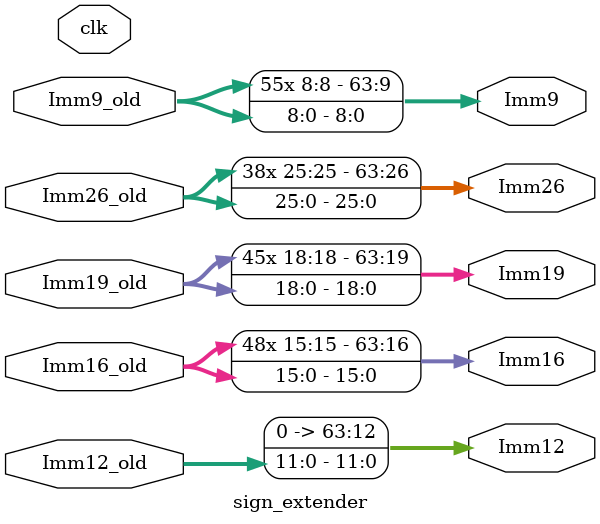
<source format=sv>
module sign_extender(input logic [18:0] Imm19_old,
							input logic [25:0] Imm26_old, 
							input logic [11:0] Imm12_old,
							input logic [8:0] Imm9_old,
							input logic [15:0] Imm16_old,
							input logic clk,
							output logic [63:0] Imm19,
							output logic [63:0] Imm26, 
							output logic [63:0] Imm12,
							output logic [63:0] Imm9,
							output logic [63:0] Imm16);
					
	assign Imm19 = {{45{Imm19_old[18]}}, Imm19_old};
	assign Imm12 = {52'd0, Imm12_old};
	assign Imm26 = {{38{Imm26_old[25]}}, Imm26_old};
	assign Imm9 = {{55{Imm9_old[8]}},Imm9_old};
	assign Imm16 = {{48{Imm16_old[15]}}, Imm16_old};
	//mux_2_1_brtaken_uncondbr dut4(.S0(Imm9_old[8]), .D0({55'd0, Imm9_old}), .D1({55'h7FFFFFFFFFFFFF, Imm9_old}), .out_mux(Imm9));

	
endmodule

</source>
